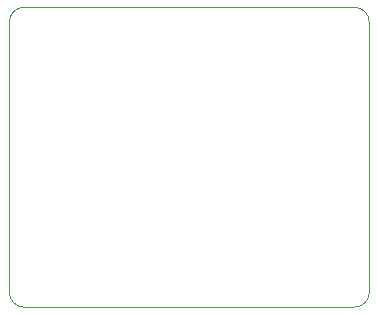
<source format=gbr>
G04 #@! TF.GenerationSoftware,KiCad,Pcbnew,(5.1.6)-1*
G04 #@! TF.CreationDate,2020-09-15T16:07:42-04:00*
G04 #@! TF.ProjectId,ServoLaser,53657276-6f4c-4617-9365-722e6b696361,rev?*
G04 #@! TF.SameCoordinates,Original*
G04 #@! TF.FileFunction,Profile,NP*
%FSLAX46Y46*%
G04 Gerber Fmt 4.6, Leading zero omitted, Abs format (unit mm)*
G04 Created by KiCad (PCBNEW (5.1.6)-1) date 2020-09-15 16:07:42*
%MOMM*%
%LPD*%
G01*
G04 APERTURE LIST*
G04 #@! TA.AperFunction,Profile*
%ADD10C,0.050000*%
G04 #@! TD*
G04 APERTURE END LIST*
D10*
X74930000Y-101600000D02*
G75*
G02*
X73660000Y-100330000I0J1270000D01*
G01*
X73660000Y-77470000D02*
G75*
G02*
X74930000Y-76200000I1270000J0D01*
G01*
X102870000Y-76200000D02*
G75*
G02*
X104140000Y-77470000I0J-1270000D01*
G01*
X104140000Y-100330000D02*
G75*
G02*
X102870000Y-101600000I-1270000J0D01*
G01*
X102870000Y-76200000D02*
X74930000Y-76200000D01*
X104140000Y-100330000D02*
X104140000Y-77470000D01*
X74930000Y-101600000D02*
X102870000Y-101600000D01*
X73660000Y-77470000D02*
X73660000Y-100330000D01*
M02*

</source>
